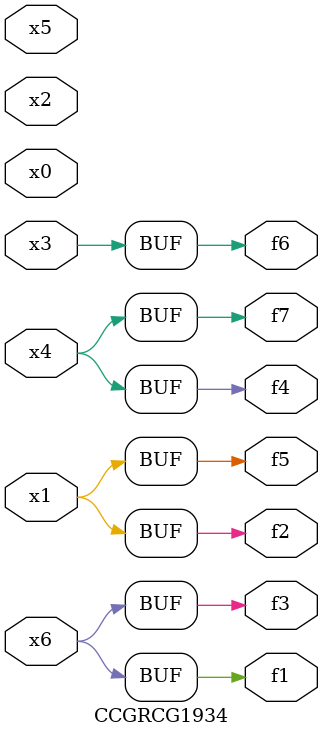
<source format=v>
module CCGRCG1934(
	input x0, x1, x2, x3, x4, x5, x6,
	output f1, f2, f3, f4, f5, f6, f7
);
	assign f1 = x6;
	assign f2 = x1;
	assign f3 = x6;
	assign f4 = x4;
	assign f5 = x1;
	assign f6 = x3;
	assign f7 = x4;
endmodule

</source>
